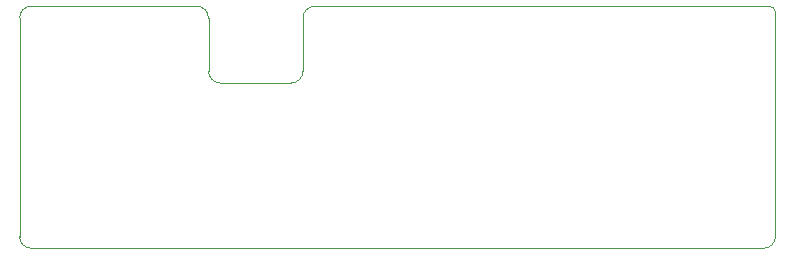
<source format=gbr>
%TF.GenerationSoftware,KiCad,Pcbnew,9.0.6-9.0.6~ubuntu24.04.1*%
%TF.CreationDate,2025-11-20T00:47:47+08:00*%
%TF.ProjectId,ksoloti-gills-cv-expander,6b736f6c-6f74-4692-9d67-696c6c732d63,v0.3*%
%TF.SameCoordinates,Original*%
%TF.FileFunction,Profile,NP*%
%FSLAX46Y46*%
G04 Gerber Fmt 4.6, Leading zero omitted, Abs format (unit mm)*
G04 Created by KiCad (PCBNEW 9.0.6-9.0.6~ubuntu24.04.1) date 2025-11-20 00:47:47*
%MOMM*%
%LPD*%
G01*
G04 APERTURE LIST*
%TA.AperFunction,Profile*%
%ADD10C,0.100000*%
%TD*%
G04 APERTURE END LIST*
D10*
X38960000Y10000000D02*
X460000Y10000000D01*
X-24540000Y9000000D02*
X-24540000Y-9500000D01*
X-8540000Y4500000D02*
X-8540000Y9000000D01*
X-7540000Y3500000D02*
G75*
G02*
X-8540000Y4500000I0J1000000D01*
G01*
X-540000Y9000000D02*
X-540000Y4500000D01*
X-9540000Y10000000D02*
G75*
G02*
X-8540000Y9000000I0J-1000000D01*
G01*
X-1540000Y3500000D02*
X-7540000Y3500000D01*
X-540000Y4500000D02*
G75*
G02*
X-1540000Y3500000I-1000000J0D01*
G01*
X39460000Y-9500000D02*
G75*
G02*
X38460000Y-10500000I-1000000J0D01*
G01*
X-23540000Y-10500000D02*
G75*
G02*
X-24540000Y-9500000I0J1000000D01*
G01*
X39460000Y-9500000D02*
X39460000Y9500000D01*
X-24540000Y9000000D02*
G75*
G02*
X-23540000Y10000000I1000000J0D01*
G01*
X-23540000Y-10500000D02*
X38460000Y-10500000D01*
X-540000Y9000000D02*
G75*
G02*
X460000Y10000000I1000000J0D01*
G01*
X38960000Y10000000D02*
G75*
G02*
X39460000Y9500000I0J-500000D01*
G01*
X-9540000Y10000000D02*
X-23540000Y10000000D01*
M02*

</source>
